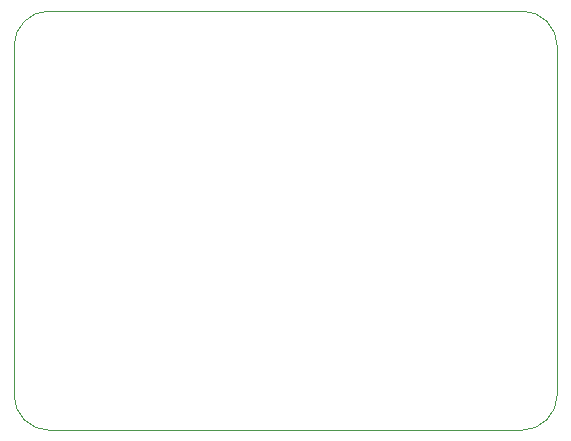
<source format=gm1>
G04 #@! TF.GenerationSoftware,KiCad,Pcbnew,(5.1.9)-1*
G04 #@! TF.CreationDate,2022-08-31T17:37:08+02:00*
G04 #@! TF.ProjectId,Edge_dff,45646765-5f64-4666-962e-6b696361645f,rev?*
G04 #@! TF.SameCoordinates,Original*
G04 #@! TF.FileFunction,Profile,NP*
%FSLAX46Y46*%
G04 Gerber Fmt 4.6, Leading zero omitted, Abs format (unit mm)*
G04 Created by KiCad (PCBNEW (5.1.9)-1) date 2022-08-31 17:37:08*
%MOMM*%
%LPD*%
G01*
G04 APERTURE LIST*
G04 #@! TA.AperFunction,Profile*
%ADD10C,0.050000*%
G04 #@! TD*
G04 APERTURE END LIST*
D10*
X153000000Y-85500000D02*
G75*
G02*
X156000000Y-88500000I0J-3000000D01*
G01*
X110000000Y-88500000D02*
G75*
G02*
X113000000Y-85500000I3000000J0D01*
G01*
X113000000Y-121000000D02*
G75*
G02*
X110000000Y-118000000I0J3000000D01*
G01*
X156000000Y-118000000D02*
G75*
G02*
X153000000Y-121000000I-3000000J0D01*
G01*
X113000000Y-121000000D02*
X153000000Y-121000000D01*
X110000000Y-88500000D02*
X110000000Y-118000000D01*
X153000000Y-85500000D02*
X113000000Y-85500000D01*
X156000000Y-118000000D02*
X156000000Y-88500000D01*
M02*

</source>
